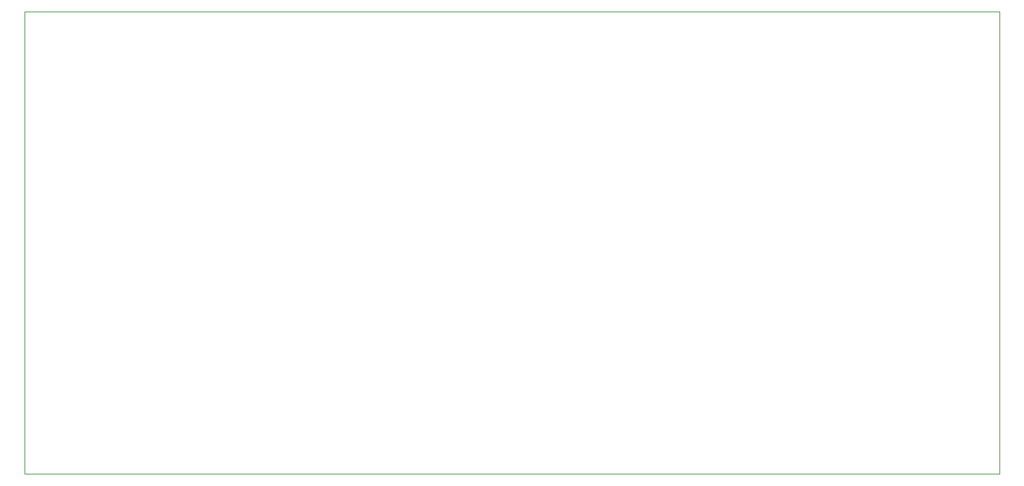
<source format=gm1>
%TF.GenerationSoftware,KiCad,Pcbnew,7.0.0-1.fc36*%
%TF.CreationDate,2023-03-13T21:20:08-05:00*%
%TF.ProjectId,2275Mod,32323735-4d6f-4642-9e6b-696361645f70,rev?*%
%TF.SameCoordinates,Original*%
%TF.FileFunction,Profile,NP*%
%FSLAX46Y46*%
G04 Gerber Fmt 4.6, Leading zero omitted, Abs format (unit mm)*
G04 Created by KiCad (PCBNEW 7.0.0-1.fc36) date 2023-03-13 21:20:08*
%MOMM*%
%LPD*%
G01*
G04 APERTURE LIST*
%TA.AperFunction,Profile*%
%ADD10C,0.100000*%
%TD*%
G04 APERTURE END LIST*
D10*
X101854000Y-70866000D02*
X222910400Y-70866000D01*
X222910400Y-128371600D02*
X101854000Y-128371600D01*
X101854000Y-128371600D02*
X101854000Y-70866000D01*
X222910400Y-70866000D02*
X222910400Y-128371600D01*
M02*

</source>
